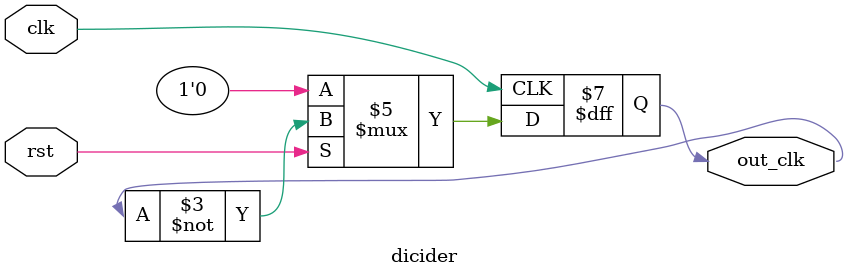
<source format=v>
`timescale 1ns / 1ps
module dicider(
    input clk,
    input rst,
     output reg out_clk
    );

always @ (posedge clk)
begin
if (~rst) out_clk <= 0;
else out_clk <= ~out_clk;
end
endmodule

</source>
